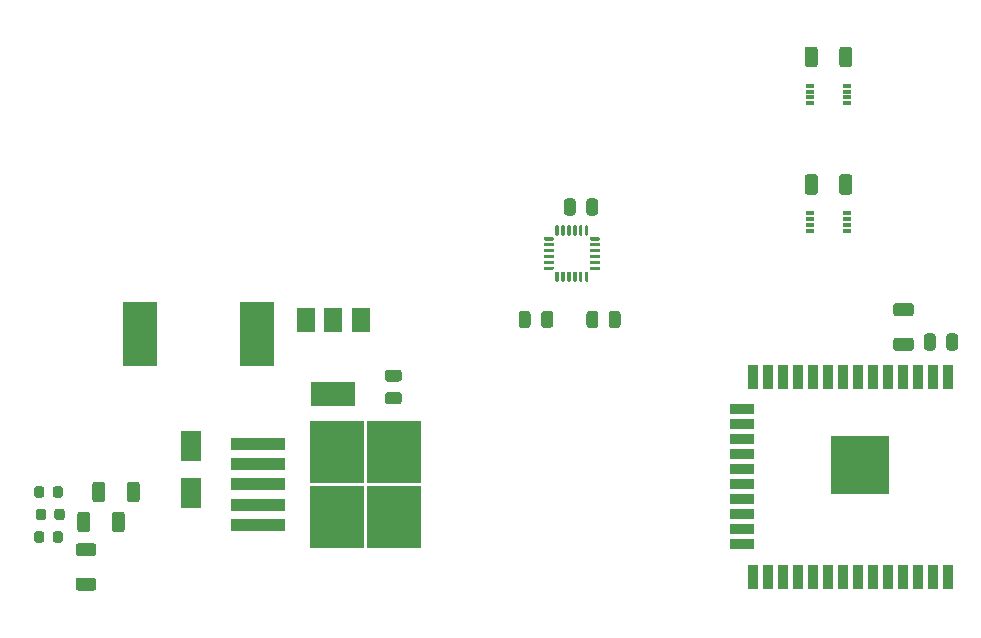
<source format=gbr>
%TF.GenerationSoftware,KiCad,Pcbnew,5.1.9+dfsg1-1*%
%TF.CreationDate,2021-09-29T19:21:48+02:00*%
%TF.ProjectId,main_board,6d61696e-5f62-46f6-9172-642e6b696361,rev?*%
%TF.SameCoordinates,Original*%
%TF.FileFunction,Paste,Top*%
%TF.FilePolarity,Positive*%
%FSLAX46Y46*%
G04 Gerber Fmt 4.6, Leading zero omitted, Abs format (unit mm)*
G04 Created by KiCad (PCBNEW 5.1.9+dfsg1-1) date 2021-09-29 19:21:48*
%MOMM*%
%LPD*%
G01*
G04 APERTURE LIST*
%ADD10R,1.800000X2.500000*%
%ADD11R,2.900000X5.400000*%
%ADD12R,4.600000X1.100000*%
%ADD13R,4.550000X5.250000*%
%ADD14R,3.800000X2.000000*%
%ADD15R,1.500000X2.000000*%
%ADD16R,5.000000X5.000000*%
%ADD17R,0.900000X2.000000*%
%ADD18R,2.000000X0.900000*%
%ADD19R,0.800000X0.300000*%
G04 APERTURE END LIST*
%TO.C,C3*%
G36*
G01*
X72865000Y-71940000D02*
X71915000Y-71940000D01*
G75*
G02*
X71665000Y-71690000I0J250000D01*
G01*
X71665000Y-71190000D01*
G75*
G02*
X71915000Y-70940000I250000J0D01*
G01*
X72865000Y-70940000D01*
G75*
G02*
X73115000Y-71190000I0J-250000D01*
G01*
X73115000Y-71690000D01*
G75*
G02*
X72865000Y-71940000I-250000J0D01*
G01*
G37*
G36*
G01*
X72865000Y-73840000D02*
X71915000Y-73840000D01*
G75*
G02*
X71665000Y-73590000I0J250000D01*
G01*
X71665000Y-73090000D01*
G75*
G02*
X71915000Y-72840000I250000J0D01*
G01*
X72865000Y-72840000D01*
G75*
G02*
X73115000Y-73090000I0J-250000D01*
G01*
X73115000Y-73590000D01*
G75*
G02*
X72865000Y-73840000I-250000J0D01*
G01*
G37*
%TD*%
%TO.C,C4*%
G36*
G01*
X117295000Y-69055000D02*
X117295000Y-68105000D01*
G75*
G02*
X117545000Y-67855000I250000J0D01*
G01*
X118045000Y-67855000D01*
G75*
G02*
X118295000Y-68105000I0J-250000D01*
G01*
X118295000Y-69055000D01*
G75*
G02*
X118045000Y-69305000I-250000J0D01*
G01*
X117545000Y-69305000D01*
G75*
G02*
X117295000Y-69055000I0J250000D01*
G01*
G37*
G36*
G01*
X119195000Y-69055000D02*
X119195000Y-68105000D01*
G75*
G02*
X119445000Y-67855000I250000J0D01*
G01*
X119945000Y-67855000D01*
G75*
G02*
X120195000Y-68105000I0J-250000D01*
G01*
X120195000Y-69055000D01*
G75*
G02*
X119945000Y-69305000I-250000J0D01*
G01*
X119445000Y-69305000D01*
G75*
G02*
X119195000Y-69055000I0J250000D01*
G01*
G37*
%TD*%
%TO.C,C6*%
G36*
G01*
X90620000Y-67150000D02*
X90620000Y-66200000D01*
G75*
G02*
X90870000Y-65950000I250000J0D01*
G01*
X91370000Y-65950000D01*
G75*
G02*
X91620000Y-66200000I0J-250000D01*
G01*
X91620000Y-67150000D01*
G75*
G02*
X91370000Y-67400000I-250000J0D01*
G01*
X90870000Y-67400000D01*
G75*
G02*
X90620000Y-67150000I0J250000D01*
G01*
G37*
G36*
G01*
X88720000Y-67150000D02*
X88720000Y-66200000D01*
G75*
G02*
X88970000Y-65950000I250000J0D01*
G01*
X89470000Y-65950000D01*
G75*
G02*
X89720000Y-66200000I0J-250000D01*
G01*
X89720000Y-67150000D01*
G75*
G02*
X89470000Y-67400000I-250000J0D01*
G01*
X88970000Y-67400000D01*
G75*
G02*
X88720000Y-67150000I0J250000D01*
G01*
G37*
%TD*%
%TO.C,C7*%
G36*
G01*
X83005000Y-67150000D02*
X83005000Y-66200000D01*
G75*
G02*
X83255000Y-65950000I250000J0D01*
G01*
X83755000Y-65950000D01*
G75*
G02*
X84005000Y-66200000I0J-250000D01*
G01*
X84005000Y-67150000D01*
G75*
G02*
X83755000Y-67400000I-250000J0D01*
G01*
X83255000Y-67400000D01*
G75*
G02*
X83005000Y-67150000I0J250000D01*
G01*
G37*
G36*
G01*
X84905000Y-67150000D02*
X84905000Y-66200000D01*
G75*
G02*
X85155000Y-65950000I250000J0D01*
G01*
X85655000Y-65950000D01*
G75*
G02*
X85905000Y-66200000I0J-250000D01*
G01*
X85905000Y-67150000D01*
G75*
G02*
X85655000Y-67400000I-250000J0D01*
G01*
X85155000Y-67400000D01*
G75*
G02*
X84905000Y-67150000I0J250000D01*
G01*
G37*
%TD*%
%TO.C,C8*%
G36*
G01*
X86815000Y-57625000D02*
X86815000Y-56675000D01*
G75*
G02*
X87065000Y-56425000I250000J0D01*
G01*
X87565000Y-56425000D01*
G75*
G02*
X87815000Y-56675000I0J-250000D01*
G01*
X87815000Y-57625000D01*
G75*
G02*
X87565000Y-57875000I-250000J0D01*
G01*
X87065000Y-57875000D01*
G75*
G02*
X86815000Y-57625000I0J250000D01*
G01*
G37*
G36*
G01*
X88715000Y-57625000D02*
X88715000Y-56675000D01*
G75*
G02*
X88965000Y-56425000I250000J0D01*
G01*
X89465000Y-56425000D01*
G75*
G02*
X89715000Y-56675000I0J-250000D01*
G01*
X89715000Y-57625000D01*
G75*
G02*
X89465000Y-57875000I-250000J0D01*
G01*
X88965000Y-57875000D01*
G75*
G02*
X88715000Y-57625000I0J250000D01*
G01*
G37*
%TD*%
D10*
%TO.C,D1*%
X55245000Y-77375000D03*
X55245000Y-81375000D03*
%TD*%
%TO.C,D2*%
G36*
G01*
X43530000Y-81536250D02*
X43530000Y-81023750D01*
G75*
G02*
X43748750Y-80805000I218750J0D01*
G01*
X44186250Y-80805000D01*
G75*
G02*
X44405000Y-81023750I0J-218750D01*
G01*
X44405000Y-81536250D01*
G75*
G02*
X44186250Y-81755000I-218750J0D01*
G01*
X43748750Y-81755000D01*
G75*
G02*
X43530000Y-81536250I0J218750D01*
G01*
G37*
G36*
G01*
X41955000Y-81536250D02*
X41955000Y-81023750D01*
G75*
G02*
X42173750Y-80805000I218750J0D01*
G01*
X42611250Y-80805000D01*
G75*
G02*
X42830000Y-81023750I0J-218750D01*
G01*
X42830000Y-81536250D01*
G75*
G02*
X42611250Y-81755000I-218750J0D01*
G01*
X42173750Y-81755000D01*
G75*
G02*
X41955000Y-81536250I0J218750D01*
G01*
G37*
%TD*%
%TO.C,D3*%
G36*
G01*
X42107500Y-83441250D02*
X42107500Y-82928750D01*
G75*
G02*
X42326250Y-82710000I218750J0D01*
G01*
X42763750Y-82710000D01*
G75*
G02*
X42982500Y-82928750I0J-218750D01*
G01*
X42982500Y-83441250D01*
G75*
G02*
X42763750Y-83660000I-218750J0D01*
G01*
X42326250Y-83660000D01*
G75*
G02*
X42107500Y-83441250I0J218750D01*
G01*
G37*
G36*
G01*
X43682500Y-83441250D02*
X43682500Y-82928750D01*
G75*
G02*
X43901250Y-82710000I218750J0D01*
G01*
X44338750Y-82710000D01*
G75*
G02*
X44557500Y-82928750I0J-218750D01*
G01*
X44557500Y-83441250D01*
G75*
G02*
X44338750Y-83660000I-218750J0D01*
G01*
X43901250Y-83660000D01*
G75*
G02*
X43682500Y-83441250I0J218750D01*
G01*
G37*
%TD*%
%TO.C,D4*%
G36*
G01*
X41955000Y-85346250D02*
X41955000Y-84833750D01*
G75*
G02*
X42173750Y-84615000I218750J0D01*
G01*
X42611250Y-84615000D01*
G75*
G02*
X42830000Y-84833750I0J-218750D01*
G01*
X42830000Y-85346250D01*
G75*
G02*
X42611250Y-85565000I-218750J0D01*
G01*
X42173750Y-85565000D01*
G75*
G02*
X41955000Y-85346250I0J218750D01*
G01*
G37*
G36*
G01*
X43530000Y-85346250D02*
X43530000Y-84833750D01*
G75*
G02*
X43748750Y-84615000I218750J0D01*
G01*
X44186250Y-84615000D01*
G75*
G02*
X44405000Y-84833750I0J-218750D01*
G01*
X44405000Y-85346250D01*
G75*
G02*
X44186250Y-85565000I-218750J0D01*
G01*
X43748750Y-85565000D01*
G75*
G02*
X43530000Y-85346250I0J218750D01*
G01*
G37*
%TD*%
D11*
%TO.C,L1*%
X50930000Y-67945000D03*
X60830000Y-67945000D03*
%TD*%
%TO.C,R1*%
G36*
G01*
X49795000Y-81905001D02*
X49795000Y-80654999D01*
G75*
G02*
X50044999Y-80405000I249999J0D01*
G01*
X50670001Y-80405000D01*
G75*
G02*
X50920000Y-80654999I0J-249999D01*
G01*
X50920000Y-81905001D01*
G75*
G02*
X50670001Y-82155000I-249999J0D01*
G01*
X50044999Y-82155000D01*
G75*
G02*
X49795000Y-81905001I0J249999D01*
G01*
G37*
G36*
G01*
X46870000Y-81905001D02*
X46870000Y-80654999D01*
G75*
G02*
X47119999Y-80405000I249999J0D01*
G01*
X47745001Y-80405000D01*
G75*
G02*
X47995000Y-80654999I0J-249999D01*
G01*
X47995000Y-81905001D01*
G75*
G02*
X47745001Y-82155000I-249999J0D01*
G01*
X47119999Y-82155000D01*
G75*
G02*
X46870000Y-81905001I0J249999D01*
G01*
G37*
%TD*%
%TO.C,R2*%
G36*
G01*
X114944999Y-65285000D02*
X116195001Y-65285000D01*
G75*
G02*
X116445000Y-65534999I0J-249999D01*
G01*
X116445000Y-66160001D01*
G75*
G02*
X116195001Y-66410000I-249999J0D01*
G01*
X114944999Y-66410000D01*
G75*
G02*
X114695000Y-66160001I0J249999D01*
G01*
X114695000Y-65534999D01*
G75*
G02*
X114944999Y-65285000I249999J0D01*
G01*
G37*
G36*
G01*
X114944999Y-68210000D02*
X116195001Y-68210000D01*
G75*
G02*
X116445000Y-68459999I0J-249999D01*
G01*
X116445000Y-69085001D01*
G75*
G02*
X116195001Y-69335000I-249999J0D01*
G01*
X114944999Y-69335000D01*
G75*
G02*
X114695000Y-69085001I0J249999D01*
G01*
X114695000Y-68459999D01*
G75*
G02*
X114944999Y-68210000I249999J0D01*
G01*
G37*
%TD*%
%TO.C,R3*%
G36*
G01*
X49650000Y-83194999D02*
X49650000Y-84445001D01*
G75*
G02*
X49400001Y-84695000I-249999J0D01*
G01*
X48774999Y-84695000D01*
G75*
G02*
X48525000Y-84445001I0J249999D01*
G01*
X48525000Y-83194999D01*
G75*
G02*
X48774999Y-82945000I249999J0D01*
G01*
X49400001Y-82945000D01*
G75*
G02*
X49650000Y-83194999I0J-249999D01*
G01*
G37*
G36*
G01*
X46725000Y-83194999D02*
X46725000Y-84445001D01*
G75*
G02*
X46475001Y-84695000I-249999J0D01*
G01*
X45849999Y-84695000D01*
G75*
G02*
X45600000Y-84445001I0J249999D01*
G01*
X45600000Y-83194999D01*
G75*
G02*
X45849999Y-82945000I249999J0D01*
G01*
X46475001Y-82945000D01*
G75*
G02*
X46725000Y-83194999I0J-249999D01*
G01*
G37*
%TD*%
%TO.C,R4*%
G36*
G01*
X46980001Y-86730000D02*
X45729999Y-86730000D01*
G75*
G02*
X45480000Y-86480001I0J249999D01*
G01*
X45480000Y-85854999D01*
G75*
G02*
X45729999Y-85605000I249999J0D01*
G01*
X46980001Y-85605000D01*
G75*
G02*
X47230000Y-85854999I0J-249999D01*
G01*
X47230000Y-86480001D01*
G75*
G02*
X46980001Y-86730000I-249999J0D01*
G01*
G37*
G36*
G01*
X46980001Y-89655000D02*
X45729999Y-89655000D01*
G75*
G02*
X45480000Y-89405001I0J249999D01*
G01*
X45480000Y-88779999D01*
G75*
G02*
X45729999Y-88530000I249999J0D01*
G01*
X46980001Y-88530000D01*
G75*
G02*
X47230000Y-88779999I0J-249999D01*
G01*
X47230000Y-89405001D01*
G75*
G02*
X46980001Y-89655000I-249999J0D01*
G01*
G37*
%TD*%
%TO.C,R5*%
G36*
G01*
X110120000Y-55870001D02*
X110120000Y-54619999D01*
G75*
G02*
X110369999Y-54370000I249999J0D01*
G01*
X110995001Y-54370000D01*
G75*
G02*
X111245000Y-54619999I0J-249999D01*
G01*
X111245000Y-55870001D01*
G75*
G02*
X110995001Y-56120000I-249999J0D01*
G01*
X110369999Y-56120000D01*
G75*
G02*
X110120000Y-55870001I0J249999D01*
G01*
G37*
G36*
G01*
X107195000Y-55870001D02*
X107195000Y-54619999D01*
G75*
G02*
X107444999Y-54370000I249999J0D01*
G01*
X108070001Y-54370000D01*
G75*
G02*
X108320000Y-54619999I0J-249999D01*
G01*
X108320000Y-55870001D01*
G75*
G02*
X108070001Y-56120000I-249999J0D01*
G01*
X107444999Y-56120000D01*
G75*
G02*
X107195000Y-55870001I0J249999D01*
G01*
G37*
%TD*%
%TO.C,R6*%
G36*
G01*
X107195000Y-45075001D02*
X107195000Y-43824999D01*
G75*
G02*
X107444999Y-43575000I249999J0D01*
G01*
X108070001Y-43575000D01*
G75*
G02*
X108320000Y-43824999I0J-249999D01*
G01*
X108320000Y-45075001D01*
G75*
G02*
X108070001Y-45325000I-249999J0D01*
G01*
X107444999Y-45325000D01*
G75*
G02*
X107195000Y-45075001I0J249999D01*
G01*
G37*
G36*
G01*
X110120000Y-45075001D02*
X110120000Y-43824999D01*
G75*
G02*
X110369999Y-43575000I249999J0D01*
G01*
X110995001Y-43575000D01*
G75*
G02*
X111245000Y-43824999I0J-249999D01*
G01*
X111245000Y-45075001D01*
G75*
G02*
X110995001Y-45325000I-249999J0D01*
G01*
X110369999Y-45325000D01*
G75*
G02*
X110120000Y-45075001I0J249999D01*
G01*
G37*
%TD*%
D12*
%TO.C,U1*%
X60900000Y-77245000D03*
X60900000Y-78945000D03*
X60900000Y-80645000D03*
X60900000Y-82345000D03*
X60900000Y-84045000D03*
D13*
X72475000Y-83420000D03*
X67625000Y-77870000D03*
X72475000Y-77870000D03*
X67625000Y-83420000D03*
%TD*%
D14*
%TO.C,U2*%
X67310000Y-73000000D03*
D15*
X67310000Y-66700000D03*
X65010000Y-66700000D03*
X69610000Y-66700000D03*
%TD*%
D16*
%TO.C,ESP32*%
X111880000Y-79010000D03*
D17*
X119380000Y-71510000D03*
X118110000Y-71510000D03*
X116840000Y-71510000D03*
X115570000Y-71510000D03*
X114300000Y-71510000D03*
X113030000Y-71510000D03*
X111760000Y-71510000D03*
X110490000Y-71510000D03*
X109220000Y-71510000D03*
X107950000Y-71510000D03*
X106680000Y-71510000D03*
X105410000Y-71510000D03*
X104140000Y-71510000D03*
X102870000Y-71510000D03*
D18*
X101870000Y-74295000D03*
X101870000Y-75565000D03*
X101870000Y-76835000D03*
X101870000Y-78105000D03*
X101870000Y-79375000D03*
X101870000Y-80645000D03*
X101870000Y-81915000D03*
X101870000Y-83185000D03*
X101870000Y-84455000D03*
X101870000Y-85725000D03*
D17*
X102870000Y-88510000D03*
X104140000Y-88510000D03*
X105410000Y-88510000D03*
X106680000Y-88510000D03*
X107950000Y-88510000D03*
X109220000Y-88510000D03*
X110490000Y-88510000D03*
X111760000Y-88510000D03*
X113030000Y-88510000D03*
X114300000Y-88510000D03*
X115570000Y-88510000D03*
X116840000Y-88510000D03*
X118110000Y-88510000D03*
X119380000Y-88510000D03*
%TD*%
D19*
%TO.C,U4*%
X107670000Y-57670000D03*
X107670000Y-58170000D03*
X107670000Y-58670000D03*
X107670000Y-59170000D03*
X110770000Y-59170000D03*
X110770000Y-58670000D03*
X110770000Y-58170000D03*
X110770000Y-57670000D03*
%TD*%
%TO.C,U5*%
X110770000Y-46875000D03*
X110770000Y-47375000D03*
X110770000Y-47875000D03*
X110770000Y-48375000D03*
X107670000Y-48375000D03*
X107670000Y-47875000D03*
X107670000Y-47375000D03*
X107670000Y-46875000D03*
%TD*%
%TO.C,U6*%
G36*
G01*
X85115001Y-59915001D02*
X85115001Y-59765001D01*
G75*
G02*
X85190001Y-59690001I75000J0D01*
G01*
X85890001Y-59690001D01*
G75*
G02*
X85965001Y-59765001I0J-75000D01*
G01*
X85965001Y-59915001D01*
G75*
G02*
X85890001Y-59990001I-75000J0D01*
G01*
X85190001Y-59990001D01*
G75*
G02*
X85115001Y-59915001I0J75000D01*
G01*
G37*
G36*
G01*
X85115001Y-60415001D02*
X85115001Y-60265001D01*
G75*
G02*
X85190001Y-60190001I75000J0D01*
G01*
X85890001Y-60190001D01*
G75*
G02*
X85965001Y-60265001I0J-75000D01*
G01*
X85965001Y-60415001D01*
G75*
G02*
X85890001Y-60490001I-75000J0D01*
G01*
X85190001Y-60490001D01*
G75*
G02*
X85115001Y-60415001I0J75000D01*
G01*
G37*
G36*
G01*
X85115001Y-60915001D02*
X85115001Y-60765001D01*
G75*
G02*
X85190001Y-60690001I75000J0D01*
G01*
X85890001Y-60690001D01*
G75*
G02*
X85965001Y-60765001I0J-75000D01*
G01*
X85965001Y-60915001D01*
G75*
G02*
X85890001Y-60990001I-75000J0D01*
G01*
X85190001Y-60990001D01*
G75*
G02*
X85115001Y-60915001I0J75000D01*
G01*
G37*
G36*
G01*
X85115001Y-61415001D02*
X85115001Y-61265001D01*
G75*
G02*
X85190001Y-61190001I75000J0D01*
G01*
X85890001Y-61190001D01*
G75*
G02*
X85965001Y-61265001I0J-75000D01*
G01*
X85965001Y-61415001D01*
G75*
G02*
X85890001Y-61490001I-75000J0D01*
G01*
X85190001Y-61490001D01*
G75*
G02*
X85115001Y-61415001I0J75000D01*
G01*
G37*
G36*
G01*
X85115001Y-61915001D02*
X85115001Y-61765001D01*
G75*
G02*
X85190001Y-61690001I75000J0D01*
G01*
X85890001Y-61690001D01*
G75*
G02*
X85965001Y-61765001I0J-75000D01*
G01*
X85965001Y-61915001D01*
G75*
G02*
X85890001Y-61990001I-75000J0D01*
G01*
X85190001Y-61990001D01*
G75*
G02*
X85115001Y-61915001I0J75000D01*
G01*
G37*
G36*
G01*
X85115001Y-62415001D02*
X85115001Y-62265001D01*
G75*
G02*
X85190001Y-62190001I75000J0D01*
G01*
X85890001Y-62190001D01*
G75*
G02*
X85965001Y-62265001I0J-75000D01*
G01*
X85965001Y-62415001D01*
G75*
G02*
X85890001Y-62490001I-75000J0D01*
G01*
X85190001Y-62490001D01*
G75*
G02*
X85115001Y-62415001I0J75000D01*
G01*
G37*
G36*
G01*
X86315001Y-63465001D02*
X86165001Y-63465001D01*
G75*
G02*
X86090001Y-63390001I0J75000D01*
G01*
X86090001Y-62690001D01*
G75*
G02*
X86165001Y-62615001I75000J0D01*
G01*
X86315001Y-62615001D01*
G75*
G02*
X86390001Y-62690001I0J-75000D01*
G01*
X86390001Y-63390001D01*
G75*
G02*
X86315001Y-63465001I-75000J0D01*
G01*
G37*
G36*
G01*
X86815001Y-63465001D02*
X86665001Y-63465001D01*
G75*
G02*
X86590001Y-63390001I0J75000D01*
G01*
X86590001Y-62690001D01*
G75*
G02*
X86665001Y-62615001I75000J0D01*
G01*
X86815001Y-62615001D01*
G75*
G02*
X86890001Y-62690001I0J-75000D01*
G01*
X86890001Y-63390001D01*
G75*
G02*
X86815001Y-63465001I-75000J0D01*
G01*
G37*
G36*
G01*
X87315001Y-63465001D02*
X87165001Y-63465001D01*
G75*
G02*
X87090001Y-63390001I0J75000D01*
G01*
X87090001Y-62690001D01*
G75*
G02*
X87165001Y-62615001I75000J0D01*
G01*
X87315001Y-62615001D01*
G75*
G02*
X87390001Y-62690001I0J-75000D01*
G01*
X87390001Y-63390001D01*
G75*
G02*
X87315001Y-63465001I-75000J0D01*
G01*
G37*
G36*
G01*
X87815001Y-63465001D02*
X87665001Y-63465001D01*
G75*
G02*
X87590001Y-63390001I0J75000D01*
G01*
X87590001Y-62690001D01*
G75*
G02*
X87665001Y-62615001I75000J0D01*
G01*
X87815001Y-62615001D01*
G75*
G02*
X87890001Y-62690001I0J-75000D01*
G01*
X87890001Y-63390001D01*
G75*
G02*
X87815001Y-63465001I-75000J0D01*
G01*
G37*
G36*
G01*
X88315001Y-63465001D02*
X88165001Y-63465001D01*
G75*
G02*
X88090001Y-63390001I0J75000D01*
G01*
X88090001Y-62690001D01*
G75*
G02*
X88165001Y-62615001I75000J0D01*
G01*
X88315001Y-62615001D01*
G75*
G02*
X88390001Y-62690001I0J-75000D01*
G01*
X88390001Y-63390001D01*
G75*
G02*
X88315001Y-63465001I-75000J0D01*
G01*
G37*
G36*
G01*
X88815001Y-63465001D02*
X88665001Y-63465001D01*
G75*
G02*
X88590001Y-63390001I0J75000D01*
G01*
X88590001Y-62690001D01*
G75*
G02*
X88665001Y-62615001I75000J0D01*
G01*
X88815001Y-62615001D01*
G75*
G02*
X88890001Y-62690001I0J-75000D01*
G01*
X88890001Y-63390001D01*
G75*
G02*
X88815001Y-63465001I-75000J0D01*
G01*
G37*
G36*
G01*
X89015001Y-62415001D02*
X89015001Y-62265001D01*
G75*
G02*
X89090001Y-62190001I75000J0D01*
G01*
X89790001Y-62190001D01*
G75*
G02*
X89865001Y-62265001I0J-75000D01*
G01*
X89865001Y-62415001D01*
G75*
G02*
X89790001Y-62490001I-75000J0D01*
G01*
X89090001Y-62490001D01*
G75*
G02*
X89015001Y-62415001I0J75000D01*
G01*
G37*
G36*
G01*
X89015001Y-61915001D02*
X89015001Y-61765001D01*
G75*
G02*
X89090001Y-61690001I75000J0D01*
G01*
X89790001Y-61690001D01*
G75*
G02*
X89865001Y-61765001I0J-75000D01*
G01*
X89865001Y-61915001D01*
G75*
G02*
X89790001Y-61990001I-75000J0D01*
G01*
X89090001Y-61990001D01*
G75*
G02*
X89015001Y-61915001I0J75000D01*
G01*
G37*
G36*
G01*
X89015001Y-61415001D02*
X89015001Y-61265001D01*
G75*
G02*
X89090001Y-61190001I75000J0D01*
G01*
X89790001Y-61190001D01*
G75*
G02*
X89865001Y-61265001I0J-75000D01*
G01*
X89865001Y-61415001D01*
G75*
G02*
X89790001Y-61490001I-75000J0D01*
G01*
X89090001Y-61490001D01*
G75*
G02*
X89015001Y-61415001I0J75000D01*
G01*
G37*
G36*
G01*
X89015001Y-60915001D02*
X89015001Y-60765001D01*
G75*
G02*
X89090001Y-60690001I75000J0D01*
G01*
X89790001Y-60690001D01*
G75*
G02*
X89865001Y-60765001I0J-75000D01*
G01*
X89865001Y-60915001D01*
G75*
G02*
X89790001Y-60990001I-75000J0D01*
G01*
X89090001Y-60990001D01*
G75*
G02*
X89015001Y-60915001I0J75000D01*
G01*
G37*
G36*
G01*
X89015001Y-60415001D02*
X89015001Y-60265001D01*
G75*
G02*
X89090001Y-60190001I75000J0D01*
G01*
X89790001Y-60190001D01*
G75*
G02*
X89865001Y-60265001I0J-75000D01*
G01*
X89865001Y-60415001D01*
G75*
G02*
X89790001Y-60490001I-75000J0D01*
G01*
X89090001Y-60490001D01*
G75*
G02*
X89015001Y-60415001I0J75000D01*
G01*
G37*
G36*
G01*
X89015001Y-59915001D02*
X89015001Y-59765001D01*
G75*
G02*
X89090001Y-59690001I75000J0D01*
G01*
X89790001Y-59690001D01*
G75*
G02*
X89865001Y-59765001I0J-75000D01*
G01*
X89865001Y-59915001D01*
G75*
G02*
X89790001Y-59990001I-75000J0D01*
G01*
X89090001Y-59990001D01*
G75*
G02*
X89015001Y-59915001I0J75000D01*
G01*
G37*
G36*
G01*
X88815001Y-59565001D02*
X88665001Y-59565001D01*
G75*
G02*
X88590001Y-59490001I0J75000D01*
G01*
X88590001Y-58790001D01*
G75*
G02*
X88665001Y-58715001I75000J0D01*
G01*
X88815001Y-58715001D01*
G75*
G02*
X88890001Y-58790001I0J-75000D01*
G01*
X88890001Y-59490001D01*
G75*
G02*
X88815001Y-59565001I-75000J0D01*
G01*
G37*
G36*
G01*
X88315001Y-59565001D02*
X88165001Y-59565001D01*
G75*
G02*
X88090001Y-59490001I0J75000D01*
G01*
X88090001Y-58790001D01*
G75*
G02*
X88165001Y-58715001I75000J0D01*
G01*
X88315001Y-58715001D01*
G75*
G02*
X88390001Y-58790001I0J-75000D01*
G01*
X88390001Y-59490001D01*
G75*
G02*
X88315001Y-59565001I-75000J0D01*
G01*
G37*
G36*
G01*
X87815001Y-59565001D02*
X87665001Y-59565001D01*
G75*
G02*
X87590001Y-59490001I0J75000D01*
G01*
X87590001Y-58790001D01*
G75*
G02*
X87665001Y-58715001I75000J0D01*
G01*
X87815001Y-58715001D01*
G75*
G02*
X87890001Y-58790001I0J-75000D01*
G01*
X87890001Y-59490001D01*
G75*
G02*
X87815001Y-59565001I-75000J0D01*
G01*
G37*
G36*
G01*
X87315001Y-59565001D02*
X87165001Y-59565001D01*
G75*
G02*
X87090001Y-59490001I0J75000D01*
G01*
X87090001Y-58790001D01*
G75*
G02*
X87165001Y-58715001I75000J0D01*
G01*
X87315001Y-58715001D01*
G75*
G02*
X87390001Y-58790001I0J-75000D01*
G01*
X87390001Y-59490001D01*
G75*
G02*
X87315001Y-59565001I-75000J0D01*
G01*
G37*
G36*
G01*
X86815001Y-59565001D02*
X86665001Y-59565001D01*
G75*
G02*
X86590001Y-59490001I0J75000D01*
G01*
X86590001Y-58790001D01*
G75*
G02*
X86665001Y-58715001I75000J0D01*
G01*
X86815001Y-58715001D01*
G75*
G02*
X86890001Y-58790001I0J-75000D01*
G01*
X86890001Y-59490001D01*
G75*
G02*
X86815001Y-59565001I-75000J0D01*
G01*
G37*
G36*
G01*
X86315001Y-59565001D02*
X86165001Y-59565001D01*
G75*
G02*
X86090001Y-59490001I0J75000D01*
G01*
X86090001Y-58790001D01*
G75*
G02*
X86165001Y-58715001I75000J0D01*
G01*
X86315001Y-58715001D01*
G75*
G02*
X86390001Y-58790001I0J-75000D01*
G01*
X86390001Y-59490001D01*
G75*
G02*
X86315001Y-59565001I-75000J0D01*
G01*
G37*
%TD*%
M02*

</source>
